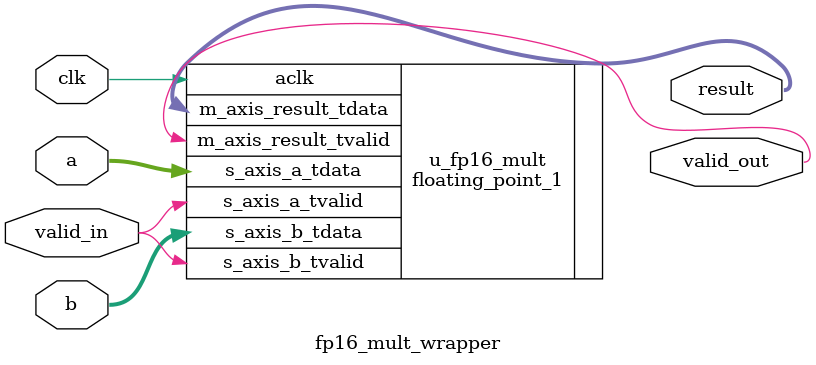
<source format=v>
module fp16_mult_wrapper (
    input  wire clk,
    input  wire [15:0] a,
    input  wire [15:0] b,
    input  wire        valid_in,
    output wire [15:0] result,
    output wire        valid_out
);
    floating_point_1 u_fp16_mult (
        .aclk(clk),
        .s_axis_a_tvalid(valid_in),
        .s_axis_a_tdata(a),
        .s_axis_b_tvalid(valid_in),
        .s_axis_b_tdata(b),
        .m_axis_result_tvalid(valid_out),
        .m_axis_result_tdata(result)
    );
endmodule

</source>
